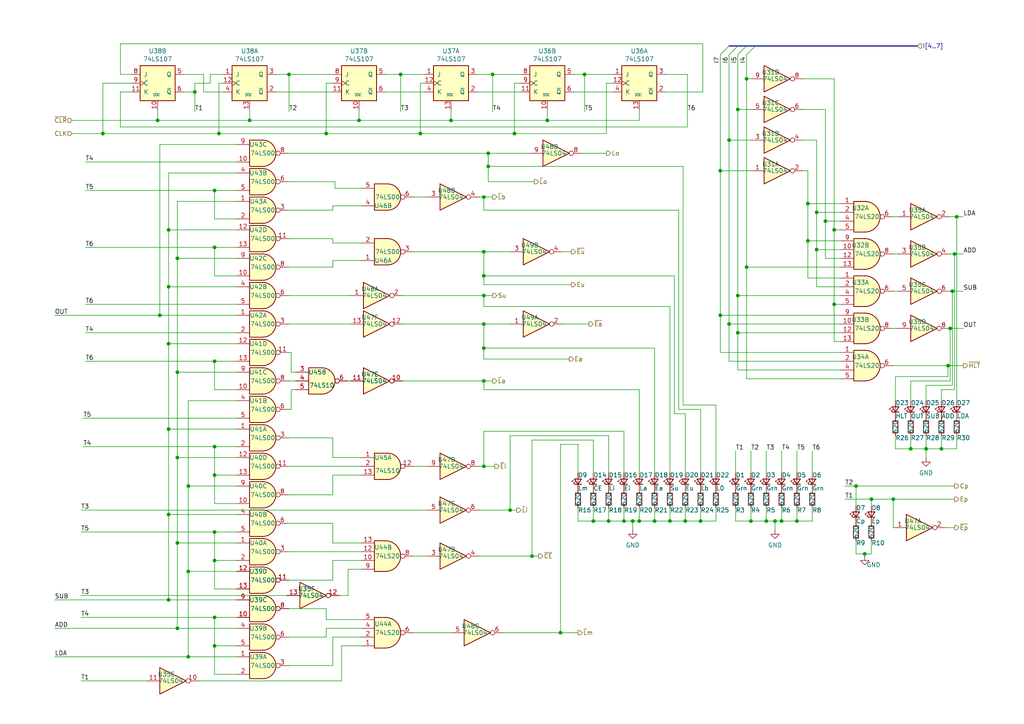
<source format=kicad_sch>
(kicad_sch (version 20211123) (generator eeschema)
  (paper "A4")
  (lib_symbols
    (symbol "74xx:74LS00" (pin_names (offset 1.016))
      (property "Reference" "U" (at 0 1.27 0))
      (property "Value" "74LS00" (at 0 -1.27 0))
      (symbol "74LS00_1_1"
        (pin input line (at -7.62 2.54 0) (length 3.81) (name "~") (number "1"))
        (pin input line (at -7.62 -2.54 0) (length 3.81) (name "~") (number "2"))
        (pin output inverted (at 7.62 0 180) (length 3.81) (name "~") (number "3"))
      )
      (symbol "74LS00_1_2"
        (pin input inverted (at -7.62 2.54 0) (length 4.318) (name "~") (number "1"))
        (pin input inverted (at -7.62 -2.54 0) (length 4.318) (name "~") (number "2"))
        (pin output line (at 7.62 0 180) (length 3.81) (name "~") (number "3"))
      )
      (symbol "74LS00_2_1"
        (pin input line (at -7.62 2.54 0) (length 3.81) (name "~") (number "4"))
        (pin input line (at -7.62 -2.54 0) (length 3.81) (name "~") (number "5"))
        (pin output inverted (at 7.62 0 180) (length 3.81) (name "~") (number "6"))
      )
      (symbol "74LS00_2_2"
        (pin input inverted (at -7.62 2.54 0) (length 4.318) (name "~") (number "4"))
        (pin input inverted (at -7.62 -2.54 0) (length 4.318) (name "~") (number "5"))
        (pin output line (at 7.62 0 180) (length 3.81) (name "~") (number "6"))
      )
      (symbol "74LS00_3_1"
        (pin input line (at -7.62 -2.54 0) (length 3.81) (name "~") (number "10"))
        (pin output inverted (at 7.62 0 180) (length 3.81) (name "~") (number "8"))
        (pin input line (at -7.62 2.54 0) (length 3.81) (name "~") (number "9"))
      )
      (symbol "74LS00_3_2"
        (pin input inverted (at -7.62 -2.54 0) (length 4.318) (name "~") (number "10"))
        (pin output line (at 7.62 0 180) (length 3.81) (name "~") (number "8"))
        (pin input inverted (at -7.62 2.54 0) (length 4.318) (name "~") (number "9"))
      )
      (symbol "74LS00_4_1"
        (pin output inverted (at 7.62 0 180) (length 3.81) (name "~") (number "11"))
        (pin input line (at -7.62 2.54 0) (length 3.81) (name "~") (number "12"))
        (pin input line (at -7.62 -2.54 0) (length 3.81) (name "~") (number "13"))
      )
      (symbol "74LS00_4_2"
        (pin output line (at 7.62 0 180) (length 3.81) (name "~") (number "11"))
        (pin input inverted (at -7.62 2.54 0) (length 4.318) (name "~") (number "12"))
        (pin input inverted (at -7.62 -2.54 0) (length 4.318) (name "~") (number "13"))
      )
      (symbol "74LS00_5_0"
        (pin power_in line (at 0 12.7 270) (length 5.08) (name "VCC") (number "14"))
        (pin power_in line (at 0 -12.7 90) (length 5.08) (name "GND") (number "7"))
      )
    )
    (symbol "74xx:74LS04"
      (property "Reference" "U" (at 0 1.27 0))
      (property "Value" "74LS04" (at 0 -1.27 0))
      (symbol "74LS04_1_0"
        (pin input line (at -7.62 0 0) (length 3.81) (name "~") (number "1"))
        (pin output inverted (at 7.62 0 180) (length 3.81) (name "~") (number "2"))
      )
      (symbol "74LS04_2_0"
        (pin input line (at -7.62 0 0) (length 3.81) (name "~") (number "3"))
        (pin output inverted (at 7.62 0 180) (length 3.81) (name "~") (number "4"))
      )
      (symbol "74LS04_3_0"
        (pin input line (at -7.62 0 0) (length 3.81) (name "~") (number "5"))
        (pin output inverted (at 7.62 0 180) (length 3.81) (name "~") (number "6"))
      )
      (symbol "74LS04_4_0"
        (pin output inverted (at 7.62 0 180) (length 3.81) (name "~") (number "8"))
        (pin input line (at -7.62 0 0) (length 3.81) (name "~") (number "9"))
      )
      (symbol "74LS04_5_0"
        (pin output inverted (at 7.62 0 180) (length 3.81) (name "~") (number "10"))
        (pin input line (at -7.62 0 0) (length 3.81) (name "~") (number "11"))
      )
      (symbol "74LS04_6_0"
        (pin output inverted (at 7.62 0 180) (length 3.81) (name "~") (number "12"))
        (pin input line (at -7.62 0 0) (length 3.81) (name "~") (number "13"))
      )
      (symbol "74LS04_7_0"
        (pin power_in line (at 0 12.7 270) (length 5.08) (name "VCC") (number "14"))
        (pin power_in line (at 0 -12.7 90) (length 5.08) (name "GND") (number "7"))
      )
    )
    (symbol "74xx:74LS10" (pin_names (offset 1.016))
      (property "Reference" "U" (at 0 1.27 0))
      (property "Value" "74LS10" (at 0 -1.27 0))
      (symbol "74LS10_1_1"
        (pin input line (at -7.62 2.54 0) (length 3.81) (name "~") (number "1"))
        (pin output inverted (at 7.62 0 180) (length 3.81) (name "~") (number "12"))
        (pin input line (at -7.62 -2.54 0) (length 3.81) (name "~") (number "13"))
        (pin input line (at -7.62 0 0) (length 3.81) (name "~") (number "2"))
      )
      (symbol "74LS10_1_2"
        (pin input inverted (at -7.62 2.54 0) (length 4.318) (name "~") (number "1"))
        (pin output line (at 7.62 0 180) (length 3.81) (name "~") (number "12"))
        (pin input inverted (at -7.62 -2.54 0) (length 4.318) (name "~") (number "13"))
        (pin input inverted (at -7.62 0 0) (length 4.953) (name "~") (number "2"))
      )
      (symbol "74LS10_2_1"
        (pin input line (at -7.62 2.54 0) (length 3.81) (name "~") (number "3"))
        (pin input line (at -7.62 0 0) (length 3.81) (name "~") (number "4"))
        (pin input line (at -7.62 -2.54 0) (length 3.81) (name "~") (number "5"))
        (pin output inverted (at 7.62 0 180) (length 3.81) (name "~") (number "6"))
      )
      (symbol "74LS10_2_2"
        (pin input inverted (at -7.62 2.54 0) (length 4.318) (name "~") (number "3"))
        (pin input inverted (at -7.62 0 0) (length 4.953) (name "~") (number "4"))
        (pin input inverted (at -7.62 -2.54 0) (length 4.318) (name "~") (number "5"))
        (pin output line (at 7.62 0 180) (length 3.81) (name "~") (number "6"))
      )
      (symbol "74LS10_3_1"
        (pin input line (at -7.62 0 0) (length 3.81) (name "~") (number "10"))
        (pin input line (at -7.62 -2.54 0) (length 3.81) (name "~") (number "11"))
        (pin output inverted (at 7.62 0 180) (length 3.81) (name "~") (number "8"))
        (pin input line (at -7.62 2.54 0) (length 3.81) (name "~") (number "9"))
      )
      (symbol "74LS10_3_2"
        (pin input inverted (at -7.62 0 0) (length 4.953) (name "~") (number "10"))
        (pin input inverted (at -7.62 -2.54 0) (length 4.318) (name "~") (number "11"))
        (pin output line (at 7.62 0 180) (length 3.81) (name "~") (number "8"))
        (pin input inverted (at -7.62 2.54 0) (length 4.318) (name "~") (number "9"))
      )
      (symbol "74LS10_4_0"
        (pin power_in line (at 0 12.7 270) (length 5.08) (name "VCC") (number "14"))
        (pin power_in line (at 0 -12.7 90) (length 5.08) (name "GND") (number "7"))
      )
    )
    (symbol "74xx:74LS107" (pin_names (offset 1.016))
      (property "Reference" "U" (at -7.62 8.89 0))
      (property "Value" "74LS107" (at -7.62 -8.89 0))
      (symbol "74LS107_1_0"
        (pin input line (at -7.62 2.54 0) (length 2.54) (name "J") (number "1"))
        (pin input clock (at -7.62 0 0) (length 2.54) (name "C") (number "12"))
        (pin input line (at 0 -7.62 90) (length 2.54) (name "~{R}") (number "13"))
        (pin output line (at 7.62 -2.54 180) (length 2.54) (name "~{Q}") (number "2"))
        (pin output line (at 7.62 2.54 180) (length 2.54) (name "Q") (number "3"))
        (pin input line (at -7.62 -2.54 0) (length 2.54) (name "K") (number "4"))
      )
      (symbol "74LS107_2_0"
        (pin input line (at 0 -7.62 90) (length 2.54) (name "~{R}") (number "10"))
        (pin input line (at -7.62 -2.54 0) (length 2.54) (name "K") (number "11"))
        (pin output line (at 7.62 2.54 180) (length 2.54) (name "Q") (number "5"))
        (pin output line (at 7.62 -2.54 180) (length 2.54) (name "~{Q}") (number "6"))
        (pin input line (at -7.62 2.54 0) (length 2.54) (name "J") (number "8"))
        (pin input clock (at -7.62 0 0) (length 2.54) (name "C") (number "9"))
      )
      (symbol "74LS107_3_0"
        (pin power_in line (at 0 10.16 270) (length 2.54) (name "VCC") (number "14"))
        (pin power_in line (at 0 -10.16 90) (length 2.54) (name "GND") (number "7"))
      )
    )
    (symbol "74xx:74LS20" (pin_names (offset 1.016))
      (property "Reference" "U" (at 0 1.27 0))
      (property "Value" "74LS20" (at 0 -1.27 0))
      (symbol "74LS20_1_1"
        (pin input line (at -7.62 3.81 0) (length 3.81) (name "~") (number "1"))
        (pin input line (at -7.62 1.27 0) (length 3.81) (name "~") (number "2"))
        (pin input line (at -7.62 -1.27 0) (length 3.81) (name "~") (number "4"))
        (pin input line (at -7.62 -3.81 0) (length 3.81) (name "~") (number "5"))
        (pin output inverted (at 7.62 0 180) (length 3.81) (name "~") (number "6"))
      )
      (symbol "74LS20_1_2"
        (pin input inverted (at -7.62 3.81 0) (length 3.81) (name "~") (number "1"))
        (pin input inverted (at -7.62 1.27 0) (length 4.826) (name "~") (number "2"))
        (pin input inverted (at -7.62 -1.27 0) (length 4.826) (name "~") (number "4"))
        (pin input inverted (at -7.62 -3.81 0) (length 3.81) (name "~") (number "5"))
        (pin output line (at 7.62 0 180) (length 3.81) (name "~") (number "6"))
      )
      (symbol "74LS20_2_1"
        (pin input line (at -7.62 1.27 0) (length 3.81) (name "~") (number "10"))
        (pin input line (at -7.62 -1.27 0) (length 3.81) (name "~") (number "12"))
        (pin input line (at -7.62 -3.81 0) (length 3.81) (name "~") (number "13"))
        (pin output inverted (at 7.62 0 180) (length 3.81) (name "~") (number "8"))
        (pin input line (at -7.62 3.81 0) (length 3.81) (name "~") (number "9"))
      )
      (symbol "74LS20_2_2"
        (pin input inverted (at -7.62 1.27 0) (length 4.826) (name "~") (number "10"))
        (pin input inverted (at -7.62 -1.27 0) (length 4.826) (name "~") (number "12"))
        (pin input inverted (at -7.62 -3.81 0) (length 3.81) (name "~") (number "13"))
        (pin output line (at 7.62 0 180) (length 3.81) (name "~") (number "8"))
        (pin input inverted (at -7.62 3.81 0) (length 3.81) (name "~") (number "9"))
      )
      (symbol "74LS20_3_0"
        (pin power_in line (at 0 12.7 270) (length 5.08) (name "VCC") (number "14"))
        (pin power_in line (at 0 -12.7 90) (length 5.08) (name "GND") (number "7"))
      )
    )
    (symbol "Device:LED_Small" (pin_numbers hide) (pin_names (offset 0.254) hide)
      (property "Reference" "D" (at -1.27 3.175 0))
      (property "Value" "LED_Small" (at -4.445 -2.54 0))
      (symbol "LED_Small_1_1"
        (pin passive line (at -2.54 0 0) (length 1.778) (name "K") (number "1"))
        (pin passive line (at 2.54 0 180) (length 1.778) (name "A") (number "2"))
      )
    )
    (symbol "Device:R_Small" (pin_numbers hide) (pin_names (offset 0.254) hide)
      (property "Reference" "R" (at 0.762 0.508 0))
      (property "Value" "R_Small" (at 0.762 -1.016 0))
      (symbol "R_Small_1_1"
        (pin passive line (at 0 2.54 270) (length 0.762) (name "~") (number "1"))
        (pin passive line (at 0 -2.54 90) (length 0.762) (name "~") (number "2"))
      )
    )
    (symbol "power:GND" (power) (pin_names (offset 0))
      (property "Value" "GND" (at 0 -3.81 0))
      (symbol "GND_1_1"
        (pin power_in line (at 0 0 270) (length 0) hide (name "GND") (number "1"))
      )
    )
  )
  (junction (at 62.23 137.795))
  (junction (at 162.56 183.515))
  (junction (at 48.895 99.695))
  (junction (at 48.895 124.46))
  (junction (at 275.59 95.25))
  (junction (at 208.915 91.44))
  (junction (at 45.72 34.925))
  (junction (at 250.825 160.655))
  (junction (at 216.535 22.86))
  (junction (at 211.455 40.64))
  (junction (at 231.14 151.13))
  (junction (at 213.995 85.725))
  (junction (at 276.86 73.66))
  (junction (at 116.205 21.59))
  (junction (at 62.23 129.54))
  (junction (at 121.92 38.735))
  (junction (at 72.39 34.925))
  (junction (at 239.395 64.135))
  (junction (at 147.955 147.955))
  (junction (at 234.315 59.055))
  (junction (at 51.435 182.245))
  (junction (at 104.14 34.925))
  (junction (at 277.495 62.865))
  (junction (at 189.865 151.13))
  (junction (at 185.42 151.13))
  (junction (at 236.855 61.595))
  (junction (at 154.305 161.29))
  (junction (at 140.335 110.49))
  (junction (at 264.16 130.175))
  (junction (at 222.25 151.13))
  (junction (at 130.81 34.925))
  (junction (at 140.335 57.15))
  (junction (at 56.515 26.67))
  (junction (at 183.515 151.13))
  (junction (at 94.615 38.735))
  (junction (at 51.435 74.93))
  (junction (at 48.895 83.185))
  (junction (at 176.53 151.13))
  (junction (at 140.335 85.725))
  (junction (at 48.895 173.99))
  (junction (at 252.73 144.78))
  (junction (at 140.335 93.98))
  (junction (at 241.935 88.265))
  (junction (at 234.315 69.85))
  (junction (at 62.23 104.775))
  (junction (at 51.435 132.715))
  (junction (at 149.225 38.735))
  (junction (at 217.805 151.13))
  (junction (at 48.895 66.675))
  (junction (at 208.915 49.53))
  (junction (at 142.875 21.59))
  (junction (at 224.79 151.13))
  (junction (at 62.23 179.07))
  (junction (at 158.75 34.925))
  (junction (at 62.23 154.305))
  (junction (at 54.61 140.97))
  (junction (at 273.05 130.175))
  (junction (at 141.605 44.45))
  (junction (at 62.23 187.325))
  (junction (at 62.23 71.755))
  (junction (at 46.355 91.44))
  (junction (at 276.225 84.455))
  (junction (at 274.955 106.045))
  (junction (at 172.085 151.13))
  (junction (at 140.335 80.01))
  (junction (at 180.975 151.13))
  (junction (at 83.82 21.59))
  (junction (at 63.5 38.735))
  (junction (at 259.08 144.78))
  (junction (at 203.2 151.13))
  (junction (at 62.23 162.56))
  (junction (at 62.23 55.245))
  (junction (at 236.855 72.39))
  (junction (at 216.535 77.47))
  (junction (at 48.895 149.225))
  (junction (at 140.335 73.025))
  (junction (at 198.755 151.13))
  (junction (at 169.545 21.59))
  (junction (at 54.61 190.5))
  (junction (at 141.605 48.26))
  (junction (at 51.435 107.95))
  (junction (at 213.995 31.75))
  (junction (at 54.61 165.735))
  (junction (at 268.605 130.175))
  (junction (at 29.845 38.735))
  (junction (at 140.335 135.255))
  (junction (at 51.435 157.48))
  (junction (at 213.995 96.52))
  (junction (at 226.695 151.13))
  (junction (at 194.31 151.13))
  (junction (at 140.335 100.965))
  (junction (at 241.935 66.675))
  (junction (at 211.455 93.98))
  (junction (at 248.285 140.97))
  (bus_entry (at 208.915 15.875) (size 2.54 -2.54))
  (bus_entry (at 211.455 15.875) (size 2.54 -2.54))
  (bus_entry (at 213.995 15.875) (size 2.54 -2.54))
  (bus_entry (at 216.535 15.875) (size 2.54 -2.54))
  (wire (pts (xy 94.615 24.13) (xy 96.52 24.13)))
  (wire (pts (xy 54.61 140.97) (xy 54.61 116.205)))
  (wire (pts (xy 154.305 161.29) (xy 156.21 161.29)))
  (wire (pts (xy 277.495 62.865) (xy 277.495 116.205)))
  (wire (pts (xy 97.155 54.61) (xy 104.775 54.61)))
  (wire (pts (xy 138.43 26.67) (xy 151.13 26.67)))
  (wire (pts (xy 183.515 151.13) (xy 185.42 151.13)))
  (wire (pts (xy 241.935 88.265) (xy 243.84 88.265)))
  (wire (pts (xy 56.515 24.13) (xy 60.96 24.13)))
  (wire (pts (xy 120.015 161.29) (xy 123.825 161.29)))
  (wire (pts (xy 203.2 118.745) (xy 203.2 137.16)))
  (wire (pts (xy 97.155 52.705) (xy 97.155 54.61)))
  (wire (pts (xy 169.545 32.385) (xy 169.545 21.59)))
  (wire (pts (xy 162.56 183.515) (xy 167.64 183.515)))
  (wire (pts (xy 62.23 80.01) (xy 68.58 80.01)))
  (wire (pts (xy 241.935 99.06) (xy 243.84 99.06)))
  (wire (pts (xy 248.285 156.845) (xy 248.285 160.655)))
  (wire (pts (xy 116.84 85.725) (xy 140.335 85.725)))
  (wire (pts (xy 142.875 32.385) (xy 142.875 21.59)))
  (wire (pts (xy 62.23 129.54) (xy 24.13 129.54)))
  (wire (pts (xy 140.335 104.14) (xy 140.335 100.965)))
  (wire (pts (xy 208.915 15.875) (xy 208.915 49.53)))
  (wire (pts (xy 84.455 102.235) (xy 84.455 107.95)))
  (wire (pts (xy 140.335 110.49) (xy 140.335 113.03)))
  (wire (pts (xy 259.08 84.455) (xy 260.35 84.455)))
  (wire (pts (xy 140.335 88.9) (xy 194.31 88.9)))
  (wire (pts (xy 68.58 182.245) (xy 51.435 182.245)))
  (wire (pts (xy 48.895 66.675) (xy 68.58 66.675)))
  (wire (pts (xy 83.82 85.725) (xy 101.6 85.725)))
  (wire (pts (xy 48.895 99.695) (xy 48.895 83.185)))
  (wire (pts (xy 60.96 21.59) (xy 64.77 21.59)))
  (wire (pts (xy 83.82 44.45) (xy 141.605 44.45)))
  (wire (pts (xy 167.64 151.13) (xy 172.085 151.13)))
  (wire (pts (xy 96.52 151.765) (xy 96.52 157.48)))
  (wire (pts (xy 140.335 100.965) (xy 189.865 100.965)))
  (wire (pts (xy 194.31 88.9) (xy 194.31 137.16)))
  (wire (pts (xy 94.615 182.245) (xy 104.775 182.245)))
  (wire (pts (xy 176.53 126.365) (xy 147.955 126.365)))
  (wire (pts (xy 140.335 93.98) (xy 140.335 100.965)))
  (wire (pts (xy 276.86 113.03) (xy 276.86 73.66)))
  (wire (pts (xy 83.82 102.235) (xy 84.455 102.235)))
  (wire (pts (xy 139.065 57.15) (xy 140.335 57.15)))
  (wire (pts (xy 234.315 59.055) (xy 234.315 69.85)))
  (wire (pts (xy 51.435 74.93) (xy 68.58 74.93)))
  (wire (pts (xy 34.925 21.59) (xy 34.925 12.7)))
  (wire (pts (xy 29.845 24.13) (xy 29.845 38.735)))
  (wire (pts (xy 139.065 147.955) (xy 147.955 147.955)))
  (wire (pts (xy 158.75 34.925) (xy 158.75 31.75)))
  (wire (pts (xy 51.435 157.48) (xy 51.435 132.715)))
  (wire (pts (xy 121.92 24.13) (xy 123.19 24.13)))
  (wire (pts (xy 213.995 107.315) (xy 243.84 107.315)))
  (wire (pts (xy 83.82 60.96) (xy 96.52 60.96)))
  (wire (pts (xy 168.91 44.45) (xy 175.895 44.45)))
  (wire (pts (xy 99.06 187.325) (xy 104.775 187.325)))
  (wire (pts (xy 243.84 64.135) (xy 239.395 64.135)))
  (wire (pts (xy 54.61 190.5) (xy 15.875 190.5)))
  (wire (pts (xy 198.12 117.475) (xy 207.645 117.475)))
  (wire (pts (xy 62.23 71.755) (xy 24.765 71.755)))
  (wire (pts (xy 96.52 143.51) (xy 96.52 137.795)))
  (wire (pts (xy 141.605 44.45) (xy 141.605 48.26)))
  (wire (pts (xy 120.015 183.515) (xy 130.81 183.515)))
  (wire (pts (xy 222.25 151.13) (xy 224.79 151.13)))
  (wire (pts (xy 62.23 113.03) (xy 62.23 104.775)))
  (wire (pts (xy 23.495 172.72) (xy 83.185 172.72)))
  (wire (pts (xy 175.895 38.735) (xy 175.895 24.13)))
  (wire (pts (xy 96.52 60.96) (xy 96.52 59.69)))
  (wire (pts (xy 213.36 130.81) (xy 213.36 137.16)))
  (wire (pts (xy 140.335 113.03) (xy 185.42 113.03)))
  (wire (pts (xy 51.435 107.95) (xy 51.435 74.93)))
  (wire (pts (xy 96.52 75.565) (xy 104.775 75.565)))
  (wire (pts (xy 259.08 106.045) (xy 274.955 106.045)))
  (wire (pts (xy 68.58 154.305) (xy 62.23 154.305)))
  (wire (pts (xy 38.1 21.59) (xy 34.925 21.59)))
  (wire (pts (xy 96.52 184.785) (xy 104.775 184.785)))
  (wire (pts (xy 222.25 130.81) (xy 222.25 137.16)))
  (wire (pts (xy 273.05 116.205) (xy 273.05 113.03)))
  (wire (pts (xy 149.225 38.735) (xy 175.895 38.735)))
  (wire (pts (xy 56.515 32.385) (xy 56.515 26.67)))
  (wire (pts (xy 217.805 130.81) (xy 217.805 137.16)))
  (wire (pts (xy 38.1 26.67) (xy 34.925 26.67)))
  (wire (pts (xy 62.23 179.07) (xy 23.495 179.07)))
  (wire (pts (xy 46.355 41.91) (xy 68.58 41.91)))
  (wire (pts (xy 163.195 93.98) (xy 170.815 93.98)))
  (wire (pts (xy 84.455 107.95) (xy 85.725 107.95)))
  (wire (pts (xy 51.435 58.42) (xy 68.58 58.42)))
  (wire (pts (xy 172.085 147.32) (xy 172.085 151.13)))
  (wire (pts (xy 48.895 173.99) (xy 48.895 149.225)))
  (wire (pts (xy 203.835 26.67) (xy 193.04 26.67)))
  (wire (pts (xy 169.545 21.59) (xy 177.8 21.59)))
  (wire (pts (xy 104.14 34.925) (xy 130.81 34.925)))
  (wire (pts (xy 68.58 96.52) (xy 24.765 96.52)))
  (wire (pts (xy 62.23 137.795) (xy 62.23 129.54)))
  (wire (pts (xy 130.81 34.925) (xy 130.81 31.75)))
  (wire (pts (xy 62.23 162.56) (xy 62.23 154.305)))
  (wire (pts (xy 94.615 184.785) (xy 94.615 182.245)))
  (wire (pts (xy 276.225 84.455) (xy 276.225 111.76)))
  (wire (pts (xy 51.435 132.715) (xy 51.435 107.95)))
  (wire (pts (xy 96.52 132.715) (xy 104.775 132.715)))
  (wire (pts (xy 62.23 71.755) (xy 68.58 71.755)))
  (wire (pts (xy 51.435 157.48) (xy 68.58 157.48)))
  (wire (pts (xy 83.82 143.51) (xy 96.52 143.51)))
  (wire (pts (xy 167.64 147.32) (xy 167.64 151.13)))
  (wire (pts (xy 208.915 91.44) (xy 243.84 91.44)))
  (wire (pts (xy 195.58 80.01) (xy 195.58 120.015)))
  (wire (pts (xy 48.895 66.675) (xy 48.895 50.165)))
  (wire (pts (xy 259.08 73.66) (xy 260.35 73.66)))
  (wire (pts (xy 167.64 137.16) (xy 167.64 128.905)))
  (wire (pts (xy 83.82 21.59) (xy 96.52 21.59)))
  (wire (pts (xy 62.23 195.58) (xy 62.23 187.325)))
  (wire (pts (xy 94.615 176.53) (xy 94.615 179.705)))
  (wire (pts (xy 123.825 147.955) (xy 23.495 147.955)))
  (wire (pts (xy 259.715 130.175) (xy 264.16 130.175)))
  (wire (pts (xy 189.865 151.13) (xy 194.31 151.13)))
  (wire (pts (xy 236.855 61.595) (xy 236.855 72.39)))
  (wire (pts (xy 62.23 154.305) (xy 23.495 154.305)))
  (wire (pts (xy 68.58 187.325) (xy 62.23 187.325)))
  (wire (pts (xy 213.995 85.725) (xy 243.84 85.725)))
  (wire (pts (xy 213.995 31.75) (xy 213.995 85.725)))
  (wire (pts (xy 276.225 84.455) (xy 279.4 84.455)))
  (wire (pts (xy 224.79 151.13) (xy 226.695 151.13)))
  (wire (pts (xy 62.23 71.755) (xy 62.23 80.01)))
  (wire (pts (xy 84.455 118.745) (xy 84.455 113.03)))
  (wire (pts (xy 211.455 40.64) (xy 217.805 40.64)))
  (wire (pts (xy 34.925 12.7) (xy 203.835 12.7)))
  (wire (pts (xy 273.05 126.365) (xy 273.05 130.175)))
  (wire (pts (xy 140.335 57.15) (xy 140.335 60.96)))
  (wire (pts (xy 264.16 110.49) (xy 275.59 110.49)))
  (wire (pts (xy 203.835 12.7) (xy 203.835 26.67)))
  (wire (pts (xy 198.755 120.015) (xy 198.755 137.16)))
  (wire (pts (xy 46.355 91.44) (xy 46.355 41.91)))
  (wire (pts (xy 139.065 135.255) (xy 140.335 135.255)))
  (wire (pts (xy 121.92 38.735) (xy 149.225 38.735)))
  (bus (pts (xy 216.535 13.335) (xy 219.075 13.335)))
  (wire (pts (xy 59.055 26.67) (xy 64.77 26.67)))
  (wire (pts (xy 141.605 44.45) (xy 153.67 44.45)))
  (wire (pts (xy 243.84 69.85) (xy 234.315 69.85)))
  (wire (pts (xy 213.995 85.725) (xy 213.995 96.52)))
  (wire (pts (xy 68.58 129.54) (xy 62.23 129.54)))
  (wire (pts (xy 80.01 26.67) (xy 96.52 26.67)))
  (wire (pts (xy 116.205 21.59) (xy 123.19 21.59)))
  (wire (pts (xy 195.58 120.015) (xy 198.755 120.015)))
  (wire (pts (xy 236.855 83.185) (xy 236.855 72.39)))
  (wire (pts (xy 147.955 147.955) (xy 149.86 147.955)))
  (wire (pts (xy 233.045 40.64) (xy 236.855 40.64)))
  (wire (pts (xy 243.84 93.98) (xy 211.455 93.98)))
  (wire (pts (xy 121.92 38.735) (xy 121.92 24.13)))
  (wire (pts (xy 166.37 26.67) (xy 177.8 26.67)))
  (wire (pts (xy 259.715 116.205) (xy 259.715 109.22)))
  (wire (pts (xy 166.37 21.59) (xy 169.545 21.59)))
  (wire (pts (xy 185.42 34.925) (xy 185.42 31.75)))
  (wire (pts (xy 234.315 49.53) (xy 234.315 59.055)))
  (wire (pts (xy 211.455 15.875) (xy 211.455 40.64)))
  (wire (pts (xy 38.1 24.13) (xy 29.845 24.13)))
  (wire (pts (xy 198.755 151.13) (xy 203.2 151.13)))
  (wire (pts (xy 216.535 77.47) (xy 216.535 109.855)))
  (wire (pts (xy 116.84 93.98) (xy 140.335 93.98)))
  (wire (pts (xy 83.82 168.275) (xy 96.52 168.275)))
  (wire (pts (xy 45.72 34.925) (xy 72.39 34.925)))
  (wire (pts (xy 275.59 110.49) (xy 275.59 95.25)))
  (wire (pts (xy 250.825 160.655) (xy 252.73 160.655)))
  (wire (pts (xy 276.86 73.66) (xy 279.4 73.66)))
  (wire (pts (xy 211.455 40.64) (xy 211.455 93.98)))
  (wire (pts (xy 68.58 195.58) (xy 62.23 195.58)))
  (wire (pts (xy 245.11 144.78) (xy 252.73 144.78)))
  (wire (pts (xy 213.36 151.13) (xy 217.805 151.13)))
  (wire (pts (xy 275.59 95.25) (xy 279.4 95.25)))
  (wire (pts (xy 243.84 83.185) (xy 236.855 83.185)))
  (wire (pts (xy 62.23 55.245) (xy 68.58 55.245)))
  (wire (pts (xy 203.2 147.32) (xy 203.2 151.13)))
  (wire (pts (xy 120.015 73.025) (xy 140.335 73.025)))
  (wire (pts (xy 216.535 22.86) (xy 216.535 15.875)))
  (wire (pts (xy 140.335 82.55) (xy 140.335 80.01)))
  (wire (pts (xy 62.23 63.5) (xy 62.23 55.245)))
  (wire (pts (xy 51.435 74.93) (xy 51.435 58.42)))
  (wire (pts (xy 259.08 95.25) (xy 260.35 95.25)))
  (wire (pts (xy 252.73 144.78) (xy 252.73 146.685)))
  (wire (pts (xy 48.895 99.695) (xy 68.58 99.695)))
  (wire (pts (xy 277.495 62.865) (xy 279.4 62.865)))
  (wire (pts (xy 68.58 88.265) (xy 24.765 88.265)))
  (wire (pts (xy 275.59 62.865) (xy 277.495 62.865)))
  (wire (pts (xy 207.645 117.475) (xy 207.645 137.16)))
  (wire (pts (xy 243.84 72.39) (xy 236.855 72.39)))
  (wire (pts (xy 53.34 26.67) (xy 56.515 26.67)))
  (wire (pts (xy 83.82 176.53) (xy 94.615 176.53)))
  (wire (pts (xy 268.605 130.175) (xy 273.05 130.175)))
  (wire (pts (xy 172.085 127.635) (xy 154.305 127.635)))
  (wire (pts (xy 140.335 73.025) (xy 140.335 80.01)))
  (wire (pts (xy 241.935 66.675) (xy 241.935 88.265)))
  (wire (pts (xy 216.535 77.47) (xy 216.535 22.86)))
  (wire (pts (xy 48.895 149.225) (xy 68.58 149.225)))
  (wire (pts (xy 231.14 130.81) (xy 231.14 137.16)))
  (wire (pts (xy 104.14 34.925) (xy 104.14 31.75)))
  (wire (pts (xy 62.23 104.775) (xy 68.58 104.775)))
  (wire (pts (xy 83.82 151.765) (xy 96.52 151.765)))
  (wire (pts (xy 259.715 126.365) (xy 259.715 130.175)))
  (wire (pts (xy 217.805 147.32) (xy 217.805 151.13)))
  (wire (pts (xy 165.1 104.14) (xy 140.335 104.14)))
  (wire (pts (xy 140.335 73.025) (xy 147.955 73.025)))
  (wire (pts (xy 273.05 130.175) (xy 277.495 130.175)))
  (wire (pts (xy 217.805 151.13) (xy 222.25 151.13)))
  (wire (pts (xy 53.34 21.59) (xy 59.055 21.59)))
  (wire (pts (xy 83.82 93.98) (xy 101.6 93.98)))
  (wire (pts (xy 62.23 170.815) (xy 62.23 162.56)))
  (wire (pts (xy 100.965 172.72) (xy 100.965 165.1)))
  (wire (pts (xy 194.31 147.32) (xy 194.31 151.13)))
  (wire (pts (xy 120.015 57.15) (xy 123.825 57.15)))
  (wire (pts (xy 222.25 147.32) (xy 222.25 151.13)))
  (wire (pts (xy 203.2 151.13) (xy 207.645 151.13)))
  (wire (pts (xy 62.23 146.05) (xy 68.58 146.05)))
  (wire (pts (xy 68.58 173.99) (xy 48.895 173.99)))
  (bus (pts (xy 219.075 13.335) (xy 266.065 13.335)))
  (wire (pts (xy 146.05 183.515) (xy 162.56 183.515)))
  (wire (pts (xy 62.23 104.775) (xy 24.765 104.775)))
  (wire (pts (xy 96.52 127) (xy 96.52 132.715)))
  (wire (pts (xy 96.52 70.485) (xy 104.775 70.485)))
  (wire (pts (xy 243.84 59.055) (xy 234.315 59.055)))
  (wire (pts (xy 83.82 110.49) (xy 85.725 110.49)))
  (wire (pts (xy 83.82 193.04) (xy 96.52 193.04)))
  (wire (pts (xy 189.865 147.32) (xy 189.865 151.13)))
  (wire (pts (xy 29.845 38.735) (xy 20.955 38.735)))
  (wire (pts (xy 54.61 165.735) (xy 68.58 165.735)))
  (wire (pts (xy 141.605 48.26) (xy 141.605 52.705)))
  (wire (pts (xy 34.925 26.67) (xy 34.925 36.83)))
  (wire (pts (xy 248.285 140.97) (xy 248.285 146.685)))
  (wire (pts (xy 172.085 137.16) (xy 172.085 127.635)))
  (wire (pts (xy 83.82 32.385) (xy 83.82 21.59)))
  (wire (pts (xy 48.895 83.185) (xy 68.58 83.185)))
  (wire (pts (xy 172.085 151.13) (xy 176.53 151.13)))
  (wire (pts (xy 274.955 109.22) (xy 274.955 106.045)))
  (wire (pts (xy 83.82 127) (xy 96.52 127)))
  (wire (pts (xy 130.81 34.925) (xy 158.75 34.925)))
  (wire (pts (xy 213.995 31.75) (xy 217.805 31.75)))
  (wire (pts (xy 24.13 121.285) (xy 68.58 121.285)))
  (wire (pts (xy 96.52 162.56) (xy 104.775 162.56)))
  (wire (pts (xy 83.82 135.255) (xy 104.775 135.255)))
  (wire (pts (xy 189.865 100.965) (xy 189.865 137.16)))
  (wire (pts (xy 63.5 24.13) (xy 64.77 24.13)))
  (wire (pts (xy 243.84 80.645) (xy 234.315 80.645)))
  (wire (pts (xy 243.84 61.595) (xy 236.855 61.595)))
  (wire (pts (xy 68.58 170.815) (xy 62.23 170.815)))
  (wire (pts (xy 140.335 110.49) (xy 142.875 110.49)))
  (wire (pts (xy 140.335 93.98) (xy 147.955 93.98)))
  (wire (pts (xy 140.335 135.255) (xy 140.335 125.095)))
  (wire (pts (xy 48.895 124.46) (xy 48.895 99.695)))
  (wire (pts (xy 57.785 197.485) (xy 99.06 197.485)))
  (wire (pts (xy 140.335 80.01) (xy 195.58 80.01)))
  (wire (pts (xy 68.58 162.56) (xy 62.23 162.56)))
  (wire (pts (xy 96.52 168.275) (xy 96.52 162.56)))
  (wire (pts (xy 138.43 21.59) (xy 142.875 21.59)))
  (wire (pts (xy 83.82 160.02) (xy 104.775 160.02)))
  (wire (pts (xy 140.335 85.725) (xy 142.875 85.725)))
  (wire (pts (xy 48.895 149.225) (xy 48.895 124.46)))
  (wire (pts (xy 198.12 48.26) (xy 198.12 117.475)))
  (wire (pts (xy 96.52 193.04) (xy 96.52 184.785)))
  (wire (pts (xy 68.58 91.44) (xy 46.355 91.44)))
  (wire (pts (xy 45.72 34.925) (xy 45.72 31.75)))
  (wire (pts (xy 141.605 52.705) (xy 154.94 52.705)))
  (wire (pts (xy 100.965 165.1) (xy 104.775 165.1)))
  (wire (pts (xy 268.605 111.76) (xy 276.225 111.76)))
  (wire (pts (xy 94.615 179.705) (xy 104.775 179.705)))
  (wire (pts (xy 259.08 62.865) (xy 260.35 62.865)))
  (wire (pts (xy 139.065 161.29) (xy 154.305 161.29)))
  (wire (pts (xy 62.23 137.795) (xy 62.23 146.05)))
  (wire (pts (xy 198.755 147.32) (xy 198.755 151.13)))
  (wire (pts (xy 243.84 109.855) (xy 216.535 109.855)))
  (wire (pts (xy 167.64 128.905) (xy 162.56 128.905)))
  (wire (pts (xy 68.58 113.03) (xy 62.23 113.03)))
  (wire (pts (xy 231.14 147.32) (xy 231.14 151.13)))
  (wire (pts (xy 226.695 151.13) (xy 231.14 151.13)))
  (wire (pts (xy 162.56 128.905) (xy 162.56 183.515)))
  (wire (pts (xy 235.585 151.13) (xy 235.585 147.32)))
  (wire (pts (xy 199.39 21.59) (xy 193.04 21.59)))
  (wire (pts (xy 264.16 126.365) (xy 264.16 130.175)))
  (wire (pts (xy 60.96 24.13) (xy 60.96 21.59)))
  (wire (pts (xy 42.545 197.485) (xy 23.495 197.485)))
  (wire (pts (xy 207.645 151.13) (xy 207.645 147.32)))
  (wire (pts (xy 98.425 172.72) (xy 100.965 172.72)))
  (wire (pts (xy 59.055 21.59) (xy 59.055 26.67)))
  (wire (pts (xy 51.435 132.715) (xy 68.58 132.715)))
  (wire (pts (xy 259.08 144.78) (xy 259.08 153.035)))
  (wire (pts (xy 226.695 147.32) (xy 226.695 151.13)))
  (wire (pts (xy 243.84 74.93) (xy 239.395 74.93)))
  (wire (pts (xy 68.58 190.5) (xy 54.61 190.5)))
  (wire (pts (xy 63.5 38.735) (xy 63.5 24.13)))
  (wire (pts (xy 80.01 21.59) (xy 83.82 21.59)))
  (wire (pts (xy 224.79 151.13) (xy 224.79 153.67)))
  (wire (pts (xy 140.335 135.255) (xy 143.51 135.255)))
  (wire (pts (xy 83.82 77.47) (xy 96.52 77.47)))
  (wire (pts (xy 233.045 49.53) (xy 234.315 49.53)))
  (wire (pts (xy 241.935 22.86) (xy 241.935 66.675)))
  (wire (pts (xy 183.515 151.13) (xy 183.515 153.67)))
  (wire (pts (xy 241.935 88.265) (xy 241.935 99.06)))
  (wire (pts (xy 158.75 34.925) (xy 185.42 34.925)))
  (wire (pts (xy 248.285 160.655) (xy 250.825 160.655)))
  (wire (pts (xy 252.73 144.78) (xy 259.08 144.78)))
  (wire (pts (xy 259.715 109.22) (xy 274.955 109.22)))
  (wire (pts (xy 96.52 157.48) (xy 104.775 157.48)))
  (wire (pts (xy 231.14 151.13) (xy 235.585 151.13)))
  (wire (pts (xy 176.53 147.32) (xy 176.53 151.13)))
  (wire (pts (xy 83.82 118.745) (xy 84.455 118.745)))
  (wire (pts (xy 142.875 21.59) (xy 151.13 21.59)))
  (wire (pts (xy 194.31 151.13) (xy 198.755 151.13)))
  (wire (pts (xy 163.195 73.025) (xy 165.735 73.025)))
  (wire (pts (xy 259.08 144.78) (xy 276.86 144.78)))
  (wire (pts (xy 213.36 147.32) (xy 213.36 151.13)))
  (wire (pts (xy 48.895 173.99) (xy 15.875 173.99)))
  (wire (pts (xy 29.845 38.735) (xy 63.5 38.735)))
  (wire (pts (xy 277.495 126.365) (xy 277.495 130.175)))
  (wire (pts (xy 243.84 77.47) (xy 216.535 77.47)))
  (wire (pts (xy 185.42 113.03) (xy 185.42 137.16)))
  (wire (pts (xy 264.16 116.205) (xy 264.16 110.49)))
  (wire (pts (xy 252.73 156.845) (xy 252.73 160.655)))
  (wire (pts (xy 54.61 140.97) (xy 68.58 140.97)))
  (wire (pts (xy 72.39 34.925) (xy 72.39 31.75)))
  (wire (pts (xy 62.23 187.325) (xy 62.23 179.07)))
  (wire (pts (xy 83.82 69.215) (xy 96.52 69.215)))
  (wire (pts (xy 236.855 40.64) (xy 236.855 61.595)))
  (wire (pts (xy 175.895 24.13) (xy 177.8 24.13)))
  (wire (pts (xy 68.58 46.99) (xy 24.765 46.99)))
  (wire (pts (xy 213.995 96.52) (xy 243.84 96.52)))
  (wire (pts (xy 68.58 63.5) (xy 62.23 63.5)))
  (wire (pts (xy 180.975 151.13) (xy 180.975 147.32)))
  (wire (pts (xy 116.84 110.49) (xy 140.335 110.49)))
  (wire (pts (xy 239.395 64.135) (xy 239.395 74.93)))
  (wire (pts (xy 273.05 113.03) (xy 276.86 113.03)))
  (wire (pts (xy 275.59 84.455) (xy 276.225 84.455)))
  (wire (pts (xy 248.285 140.97) (xy 276.86 140.97)))
  (wire (pts (xy 63.5 38.735) (xy 94.615 38.735)))
  (wire (pts (xy 268.605 126.365) (xy 268.605 130.175)))
  (wire (pts (xy 100.965 110.49) (xy 101.6 110.49)))
  (wire (pts (xy 140.335 125.095) (xy 180.975 125.095)))
  (wire (pts (xy 213.995 15.875) (xy 213.995 31.75)))
  (wire (pts (xy 48.895 83.185) (xy 48.895 66.675)))
  (wire (pts (xy 149.225 38.735) (xy 149.225 24.13)))
  (wire (pts (xy 196.85 118.745) (xy 203.2 118.745)))
  (wire (pts (xy 216.535 22.86) (xy 217.805 22.86)))
  (wire (pts (xy 54.61 190.5) (xy 54.61 165.735)))
  (wire (pts (xy 274.955 106.045) (xy 279.4 106.045)))
  (wire (pts (xy 48.895 50.165) (xy 68.58 50.165)))
  (wire (pts (xy 239.395 31.75) (xy 239.395 64.135)))
  (wire (pts (xy 83.82 184.785) (xy 94.615 184.785)))
  (wire (pts (xy 111.76 26.67) (xy 123.19 26.67)))
  (wire (pts (xy 72.39 34.925) (xy 104.14 34.925)))
  (wire (pts (xy 180.975 151.13) (xy 183.515 151.13)))
  (wire (pts (xy 96.52 69.215) (xy 96.52 70.485)))
  (wire (pts (xy 180.975 125.095) (xy 180.975 137.16)))
  (wire (pts (xy 83.82 52.705) (xy 97.155 52.705)))
  (wire (pts (xy 185.42 151.13) (xy 189.865 151.13)))
  (wire (pts (xy 233.045 31.75) (xy 239.395 31.75)))
  (wire (pts (xy 250.825 160.655) (xy 250.825 161.29)))
  (wire (pts (xy 154.305 127.635) (xy 154.305 161.29)))
  (wire (pts (xy 96.52 137.795) (xy 104.775 137.795)))
  (wire (pts (xy 62.23 55.245) (xy 24.765 55.245)))
  (wire (pts (xy 233.045 22.86) (xy 241.935 22.86)))
  (wire (pts (xy 20.955 34.925) (xy 45.72 34.925)))
  (wire (pts (xy 176.53 151.13) (xy 180.975 151.13)))
  (wire (pts (xy 196.85 60.96) (xy 196.85 118.745)))
  (wire (pts (xy 274.32 153.035) (xy 276.86 153.035)))
  (wire (pts (xy 211.455 93.98) (xy 211.455 104.775)))
  (wire (pts (xy 208.915 102.235) (xy 243.84 102.235)))
  (wire (pts (xy 243.84 66.675) (xy 241.935 66.675)))
  (wire (pts (xy 116.205 32.385) (xy 116.205 21.59)))
  (wire (pts (xy 268.605 116.205) (xy 268.605 111.76)))
  (wire (pts (xy 34.925 36.83) (xy 199.39 36.83)))
  (wire (pts (xy 176.53 137.16) (xy 176.53 126.365)))
  (wire (pts (xy 208.915 49.53) (xy 217.805 49.53)))
  (bus (pts (xy 211.455 13.335) (xy 213.995 13.335)))
  (wire (pts (xy 68.58 179.07) (xy 62.23 179.07)))
  (wire (pts (xy 211.455 104.775) (xy 243.84 104.775)))
  (wire (pts (xy 149.225 24.13) (xy 151.13 24.13)))
  (bus (pts (xy 213.995 13.335) (xy 216.535 13.335)))
  (wire (pts (xy 51.435 107.95) (xy 68.58 107.95)))
  (wire (pts (xy 120.015 135.255) (xy 123.825 135.255)))
  (wire (pts (xy 51.435 182.245) (xy 15.875 182.245)))
  (wire (pts (xy 140.335 60.96) (xy 196.85 60.96)))
  (wire (pts (xy 54.61 116.205) (xy 68.58 116.205)))
  (wire (pts (xy 234.315 80.645) (xy 234.315 69.85)))
  (wire (pts (xy 94.615 38.735) (xy 121.92 38.735)))
  (wire (pts (xy 199.39 21.59) (xy 199.39 36.83)))
  (wire (pts (xy 147.955 126.365) (xy 147.955 147.955)))
  (wire (pts (xy 96.52 59.69) (xy 104.775 59.69)))
  (wire (pts (xy 56.515 26.67) (xy 56.515 24.13)))
  (wire (pts (xy 140.335 57.15) (xy 142.875 57.15)))
  (wire (pts (xy 165.735 82.55) (xy 140.335 82.55)))
  (wire (pts (xy 264.16 130.175) (xy 268.605 130.175)))
  (wire (pts (xy 235.585 130.81) (xy 235.585 137.16)))
  (wire (pts (xy 185.42 147.32) (xy 185.42 151.13)))
  (wire (pts (xy 96.52 77.47) (xy 96.52 75.565)))
  (wire (pts (xy 84.455 113.03) (xy 85.725 113.03)))
  (wire (pts (xy 208.915 91.44) (xy 208.915 102.235)))
  (wire (pts (xy 48.895 124.46) (xy 68.58 124.46)))
  (wire (pts (xy 111.76 21.59) (xy 116.205 21.59)))
  (wire (pts (xy 62.23 137.795) (xy 68.58 137.795)))
  (wire (pts (xy 51.435 182.245) (xy 51.435 157.48)))
  (wire (pts (xy 245.11 140.97) (xy 248.285 140.97)))
  (wire (pts (xy 46.355 91.44) (xy 15.875 91.44)))
  (wire (pts (xy 54.61 165.735) (xy 54.61 140.97)))
  (wire (pts (xy 268.605 130.175) (xy 268.605 132.715)))
  (wire (pts (xy 213.995 96.52) (xy 213.995 107.315)))
  (wire (pts (xy 208.915 49.53) (xy 208.915 91.44)))
  (wire (pts (xy 140.335 85.725) (xy 140.335 88.9)))
  (wire (pts (xy 99.06 197.485) (xy 99.06 187.325)))
  (wire (pts (xy 94.615 38.735) (xy 94.615 24.13)))
  (wire (pts (xy 275.59 73.66) (xy 276.86 73.66)))
  (wire (pts (xy 141.605 48.26) (xy 198.12 48.26)))
  (wire (pts (xy 226.695 130.81) (xy 226.695 137.16)))
  (label "OUT" (at 279.4 95.25 0))
  (label "T5" (at 23.495 154.305 0))
  (label "T2" (at 245.11 140.97 0))
  (label "I7" (at 208.915 18.415 90))
  (label "ADD" (at 15.875 182.245 0))
  (label "SUB" (at 15.875 173.99 0))
  (label "T1" (at 213.36 130.81 0))
  (label "T6" (at 24.765 88.265 0))
  (label "I4" (at 216.535 18.415 90))
  (label "I5" (at 213.995 18.415 90))
  (label "T1" (at 56.515 32.385 0))
  (label "T4" (at 142.875 32.385 0))
  (label "LDA" (at 15.875 190.5 0))
  (label "I6" (at 211.455 18.415 90))
  (label "T3" (at 23.495 147.955 0))
  (label "T5" (at 24.765 55.245 0))
  (label "T4" (at 24.765 96.52 0))
  (label "T4" (at 226.695 130.81 0))
  (label "T6" (at 199.39 32.385 0))
  (label "T6" (at 24.765 71.755 0))
  (label "T2" (at 83.82 32.385 0))
  (label "ADD" (at 279.4 73.66 0))
  (label "OUT" (at 15.875 91.44 0))
  (label "T6" (at 24.765 104.775 0))
  (label "T5" (at 169.545 32.385 0))
  (label "T4" (at 24.765 46.99 0))
  (label "T2" (at 217.805 130.81 0))
  (label "T4" (at 24.13 129.54 0))
  (label "T1" (at 245.11 144.78 0))
  (label "T3" (at 116.205 32.385 0))
  (label "T3" (at 23.495 172.72 0))
  (label "SUB" (at 279.4 84.455 0))
  (label "T6" (at 235.585 130.81 0))
  (label "LDA" (at 279.4 62.865 0))
  (label "T3" (at 222.25 130.81 0))
  (label "T4" (at 23.495 179.07 0))
  (label "T1" (at 23.495 197.485 0))
  (label "T5" (at 24.13 121.285 0))
  (label "T5" (at 231.14 130.81 0))
  (hierarchical_label "~{L}a" (shape output) (at 142.875 110.49 0))
  (hierarchical_label "Cp" (shape output) (at 276.86 140.97 0))
  (hierarchical_label "Su" (shape output) (at 142.875 85.725 0))
  (hierarchical_label "~{CE}" (shape output) (at 156.21 161.29 0))
  (hierarchical_label "Lo" (shape output) (at 175.895 44.45 0))
  (hierarchical_label "~{HLT}" (shape output) (at 279.4 106.045 0))
  (hierarchical_label "~{E}i" (shape output) (at 143.51 135.255 0))
  (hierarchical_label "~{L}o" (shape output) (at 154.94 52.705 0))
  (hierarchical_label "~{L}i" (shape output) (at 149.86 147.955 0))
  (hierarchical_label "Ep" (shape output) (at 276.86 144.78 0))
  (hierarchical_label "~{Ep}" (shape output) (at 276.86 153.035 0))
  (hierarchical_label "Eu" (shape output) (at 165.735 82.55 0))
  (hierarchical_label "I[4..7]" (shape input) (at 266.065 13.335 0))
  (hierarchical_label "~{L}b" (shape output) (at 142.875 57.15 0))
  (hierarchical_label "Ea" (shape output) (at 165.1 104.14 0))
  (hierarchical_label "CLK" (shape input) (at 20.955 38.735 180))
  (hierarchical_label "~{Ea}" (shape output) (at 170.815 93.98 0))
  (hierarchical_label "~{CLR}" (shape input) (at 20.955 34.925 180))
  (hierarchical_label "~{L}m" (shape output) (at 167.64 183.515 0))
  (hierarchical_label "~{Eu}" (shape output) (at 165.735 73.025 0))
  (symbol (lib_id "74xx:74LS107") (at 45.72 24.13 0) (unit 2)
    (property "Reference" "U38" (at 45.72 14.8082 0))
    (property "Value" "74LS107" (at 45.72 17.1196 0))
    (property "Footprint" "Package_DIP:DIP-14_W7.62mm_LongPads" (effects hide))
    (property "Datasheet" "http://www.ti.com/lit/gpn/sn74LS107" (effects hide))
  )
  (symbol (lib_id "74xx:74LS107") (at 72.39 24.13 0) (unit 1)
    (property "Reference" "U38" (at 72.39 14.8082 0))
    (property "Value" "74LS107" (at 72.39 17.1196 0))
    (property "Footprint" "Package_DIP:DIP-14_W7.62mm_LongPads" (effects hide))
    (property "Datasheet" "http://www.ti.com/lit/gpn/sn74LS107" (effects hide))
  )
  (symbol (lib_id "74xx:74LS107") (at 104.14 24.13 0) (unit 2)
    (property "Reference" "U37" (at 104.14 14.8082 0))
    (property "Value" "74LS107" (at 104.14 17.1196 0))
    (property "Footprint" "Package_DIP:DIP-14_W7.62mm_LongPads" (effects hide))
    (property "Datasheet" "http://www.ti.com/lit/gpn/sn74LS107" (effects hide))
  )
  (symbol (lib_id "74xx:74LS107") (at 130.81 24.13 0) (unit 1)
    (property "Reference" "U37" (at 130.81 14.8082 0))
    (property "Value" "74LS107" (at 130.81 17.1196 0))
    (property "Footprint" "Package_DIP:DIP-14_W7.62mm_LongPads" (effects hide))
    (property "Datasheet" "http://www.ti.com/lit/gpn/sn74LS107" (effects hide))
  )
  (symbol (lib_id "74xx:74LS107") (at 158.75 24.13 0) (unit 2)
    (property "Reference" "U36" (at 158.75 14.8082 0))
    (property "Value" "74LS107" (at 158.75 17.1196 0))
    (property "Footprint" "Package_DIP:DIP-14_W7.62mm_LongPads" (effects hide))
    (property "Datasheet" "http://www.ti.com/lit/gpn/sn74LS107" (effects hide))
  )
  (symbol (lib_id "74xx:74LS107") (at 185.42 24.13 0) (unit 1)
    (property "Reference" "U36" (at 185.42 14.8082 0))
    (property "Value" "74LS107" (at 185.42 17.1196 0))
    (property "Footprint" "Package_DIP:DIP-14_W7.62mm_LongPads" (effects hide))
    (property "Datasheet" "http://www.ti.com/lit/gpn/sn74LS107" (effects hide))
  )
  (symbol (lib_id "74xx:74LS20") (at 251.46 62.865 0) (unit 1)
    (property "Reference" "U32" (at 249.555 60.325 0))
    (property "Value" "74LS20" (at 251.46 62.865 0))
    (property "Footprint" "Package_DIP:DIP-14_W7.62mm_LongPads" (effects hide))
    (property "Datasheet" "http://www.ti.com/lit/gpn/sn74LS20" (effects hide))
  )
  (symbol (lib_id "74xx:74LS20") (at 251.46 73.66 0) (unit 2)
    (property "Reference" "U32" (at 249.555 71.12 0))
    (property "Value" "74LS20" (at 251.46 73.66 0))
    (property "Footprint" "Package_DIP:DIP-14_W7.62mm_LongPads" (effects hide))
    (property "Datasheet" "http://www.ti.com/lit/gpn/sn74LS20" (effects hide))
  )
  (symbol (lib_id "74xx:74LS20") (at 251.46 84.455 0) (unit 1)
    (property "Reference" "U33" (at 249.555 81.915 0))
    (property "Value" "74LS20" (at 251.46 84.455 0))
    (property "Footprint" "Package_DIP:DIP-14_W7.62mm_LongPads" (effects hide))
    (property "Datasheet" "http://www.ti.com/lit/gpn/sn74LS20" (effects hide))
  )
  (symbol (lib_id "74xx:74LS20") (at 251.46 95.25 0) (unit 2)
    (property "Reference" "U33" (at 249.555 92.71 0))
    (property "Value" "74LS20" (at 251.46 95.25 0))
    (property "Footprint" "Package_DIP:DIP-14_W7.62mm_LongPads" (effects hide))
    (property "Datasheet" "http://www.ti.com/lit/gpn/sn74LS20" (effects hide))
  )
  (symbol (lib_id "74xx:74LS20") (at 251.46 106.045 0) (unit 1)
    (property "Reference" "U34" (at 249.555 103.505 0))
    (property "Value" "74LS20" (at 251.46 106.045 0))
    (property "Footprint" "Package_DIP:DIP-14_W7.62mm_LongPads" (effects hide))
    (property "Datasheet" "http://www.ti.com/lit/gpn/sn74LS20" (effects hide))
  )
  (symbol (lib_id "74xx:74LS04") (at 267.97 62.865 0) (unit 1)
    (property "Reference" "U35" (at 266.065 60.96 0))
    (property "Value" "74LS04" (at 267.335 62.865 0))
    (property "Footprint" "Package_DIP:DIP-14_W7.62mm_LongPads" (effects hide))
    (property "Datasheet" "http://www.ti.com/lit/gpn/sn74LS04" (effects hide))
  )
  (symbol (lib_id "74xx:74LS04") (at 267.97 73.66 0) (unit 2)
    (property "Reference" "U35" (at 266.065 71.755 0))
    (property "Value" "74LS04" (at 267.335 73.66 0))
    (property "Footprint" "Package_DIP:DIP-14_W7.62mm_LongPads" (effects hide))
    (property "Datasheet" "http://www.ti.com/lit/gpn/sn74LS04" (effects hide))
  )
  (symbol (lib_id "74xx:74LS04") (at 267.97 84.455 0) (unit 3)
    (property "Reference" "U35" (at 266.065 82.55 0))
    (property "Value" "74LS04" (at 267.335 84.455 0))
    (property "Footprint" "Package_DIP:DIP-14_W7.62mm_LongPads" (effects hide))
    (property "Datasheet" "http://www.ti.com/lit/gpn/sn74LS04" (effects hide))
  )
  (symbol (lib_id "74xx:74LS04") (at 267.97 95.25 0) (unit 4)
    (property "Reference" "U35" (at 266.065 93.345 0))
    (property "Value" "74LS04" (at 267.335 95.25 0))
    (property "Footprint" "Package_DIP:DIP-14_W7.62mm_LongPads" (effects hide))
    (property "Datasheet" "http://www.ti.com/lit/gpn/sn74LS04" (effects hide))
  )
  (symbol (lib_id "74xx:74LS04") (at 225.425 22.86 0) (unit 4)
    (property "Reference" "U31" (at 223.52 20.955 0))
    (property "Value" "74LS04" (at 224.79 22.86 0))
    (property "Footprint" "Package_DIP:DIP-14_W7.62mm_LongPads" (effects hide))
    (property "Datasheet" "http://www.ti.com/lit/gpn/sn74LS04" (effects hide))
  )
  (symbol (lib_id "74xx:74LS04") (at 225.425 31.75 0) (unit 3)
    (property "Reference" "U31" (at 223.52 29.845 0))
    (property "Value" "74LS04" (at 224.79 31.75 0))
    (property "Footprint" "Package_DIP:DIP-14_W7.62mm_LongPads" (effects hide))
    (property "Datasheet" "http://www.ti.com/lit/gpn/sn74LS04" (effects hide))
  )
  (symbol (lib_id "74xx:74LS04") (at 225.425 40.64 0) (unit 2)
    (property "Reference" "U31" (at 223.52 38.735 0))
    (property "Value" "74LS04" (at 224.79 40.64 0))
    (property "Footprint" "Package_DIP:DIP-14_W7.62mm_LongPads" (effects hide))
    (property "Datasheet" "http://www.ti.com/lit/gpn/sn74LS04" (effects hide))
  )
  (symbol (lib_id "74xx:74LS04") (at 225.425 49.53 0) (unit 1)
    (property "Reference" "U31" (at 223.52 47.625 0))
    (property "Value" "74LS04" (at 224.79 49.53 0))
    (property "Footprint" "Package_DIP:DIP-14_W7.62mm_LongPads" (effects hide))
    (property "Datasheet" "http://www.ti.com/lit/gpn/sn74LS04" (effects hide))
  )
  (symbol (lib_id "74xx:74LS00") (at 76.2 193.04 0) (unit 1)
    (property "Reference" "U39" (at 74.93 190.5 0))
    (property "Value" "74LS00" (at 76.2 193.04 0))
    (property "Footprint" "Package_DIP:DIP-14_W7.62mm_LongPads" (effects hide))
    (property "Datasheet" "http://www.ti.com/lit/gpn/sn74ls00" (effects hide))
  )
  (symbol (lib_id "74xx:74LS00") (at 76.2 184.785 0) (unit 2)
    (property "Reference" "U39" (at 74.93 182.245 0))
    (property "Value" "74LS00" (at 76.2 184.785 0))
    (property "Footprint" "Package_DIP:DIP-14_W7.62mm_LongPads" (effects hide))
    (property "Datasheet" "http://www.ti.com/lit/gpn/sn74ls00" (effects hide))
  )
  (symbol (lib_id "74xx:74LS00") (at 76.2 176.53 0) (unit 3)
    (property "Reference" "U39" (at 74.93 173.99 0))
    (property "Value" "74LS00" (at 76.2 176.53 0))
    (property "Footprint" "Package_DIP:DIP-14_W7.62mm_LongPads" (effects hide))
    (property "Datasheet" "http://www.ti.com/lit/gpn/sn74ls00" (effects hide))
  )
  (symbol (lib_id "74xx:74LS00") (at 76.2 168.275 0) (unit 4)
    (property "Reference" "U39" (at 74.93 165.735 0))
    (property "Value" "74LS00" (at 76.2 168.275 0))
    (property "Footprint" "Package_DIP:DIP-14_W7.62mm_LongPads" (effects hide))
    (property "Datasheet" "http://www.ti.com/lit/gpn/sn74ls00" (effects hide))
  )
  (symbol (lib_id "74xx:74LS00") (at 76.2 160.02 0) (unit 1)
    (property "Reference" "U40" (at 74.93 157.48 0))
    (property "Value" "74LS00" (at 76.2 160.02 0))
    (property "Footprint" "Package_DIP:DIP-14_W7.62mm_LongPads" (effects hide))
    (property "Datasheet" "http://www.ti.com/lit/gpn/sn74ls00" (effects hide))
  )
  (symbol (lib_id "74xx:74LS00") (at 76.2 151.765 0) (unit 2)
    (property "Reference" "U40" (at 74.93 149.225 0))
    (property "Value" "74LS00" (at 76.2 151.765 0))
    (property "Footprint" "Package_DIP:DIP-14_W7.62mm_LongPads" (effects hide))
    (property "Datasheet" "http://www.ti.com/lit/gpn/sn74ls00" (effects hide))
  )
  (symbol (lib_id "74xx:74LS00") (at 76.2 143.51 0) (unit 3)
    (property "Reference" "U40" (at 74.93 140.97 0))
    (property "Value" "74LS00" (at 76.2 143.51 0))
    (property "Footprint" "Package_DIP:DIP-14_W7.62mm_LongPads" (effects hide))
    (property "Datasheet" "http://www.ti.com/lit/gpn/sn74ls00" (effects hide))
  )
  (symbol (lib_id "74xx:74LS00") (at 76.2 135.255 0) (unit 4)
    (property "Reference" "U40" (at 74.93 132.715 0))
    (property "Value" "74LS00" (at 76.2 135.255 0))
    (property "Footprint" "Package_DIP:DIP-14_W7.62mm_LongPads" (effects hide))
    (property "Datasheet" "http://www.ti.com/lit/gpn/sn74ls00" (effects hide))
  )
  (symbol (lib_id "74xx:74LS00") (at 76.2 127 0) (unit 1)
    (property "Reference" "U41" (at 74.93 124.46 0))
    (property "Value" "74LS00" (at 76.2 127 0))
    (property "Footprint" "Package_DIP:DIP-14_W7.62mm_LongPads" (effects hide))
    (property "Datasheet" "http://www.ti.com/lit/gpn/sn74ls00" (effects hide))
  )
  (symbol (lib_id "74xx:74LS00") (at 76.2 118.745 0) (unit 2)
    (property "Reference" "U41" (at 74.93 116.205 0))
    (property "Value" "74LS00" (at 76.2 118.745 0))
    (property "Footprint" "Package_DIP:DIP-14_W7.62mm_LongPads" (effects hide))
    (property "Datasheet" "http://www.ti.com/lit/gpn/sn74ls00" (effects hide))
  )
  (symbol (lib_id "74xx:74LS00") (at 76.2 110.49 0) (unit 3)
    (property "Reference" "U41" (at 74.93 107.95 0))
    (property "Value" "74LS00" (at 76.2 110.49 0))
    (property "Footprint" "Package_DIP:DIP-14_W7.62mm_LongPads" (effects hide))
    (property "Datasheet" "http://www.ti.com/lit/gpn/sn74ls00" (effects hide))
  )
  (symbol (lib_id "74xx:74LS00") (at 76.2 102.235 0) (unit 4)
    (property "Reference" "U41" (at 74.93 99.695 0))
    (property "Value" "74LS00" (at 76.2 102.235 0))
    (property "Footprint" "Package_DIP:DIP-14_W7.62mm_LongPads" (effects hide))
    (property "Datasheet" "http://www.ti.com/lit/gpn/sn74ls00" (effects hide))
  )
  (symbol (lib_id "74xx:74LS00") (at 76.2 93.98 0) (unit 1)
    (property "Reference" "U42" (at 74.93 91.44 0))
    (property "Value" "74LS00" (at 76.2 93.98 0))
    (property "Footprint" "Package_DIP:DIP-14_W7.62mm_LongPads" (effects hide))
    (property "Datasheet" "http://www.ti.com/lit/gpn/sn74ls00" (effects hide))
  )
  (symbol (lib_id "74xx:74LS00") (at 76.2 85.725 0) (unit 2)
    (property "Reference" "U42" (at 74.93 83.185 0))
    (property "Value" "74LS00" (at 76.2 85.725 0))
    (property "Footprint" "Package_DIP:DIP-14_W7.62mm_LongPads" (effects hide))
    (property "Datasheet" "http://www.ti.com/lit/gpn/sn74ls00" (effects hide))
  )
  (symbol (lib_id "74xx:74LS00") (at 76.2 77.47 0) (unit 3)
    (property "Reference" "U42" (at 74.93 74.93 0))
    (property "Value" "74LS00" (at 76.2 77.47 0))
    (property "Footprint" "Package_DIP:DIP-14_W7.62mm_LongPads" (effects hide))
    (property "Datasheet" "http://www.ti.com/lit/gpn/sn74ls00" (effects hide))
  )
  (symbol (lib_id "74xx:74LS00") (at 76.2 69.215 0) (unit 4)
    (property "Reference" "U42" (at 74.93 66.675 0))
    (property "Value" "74LS00" (at 76.2 69.215 0))
    (property "Footprint" "Package_DIP:DIP-14_W7.62mm_LongPads" (effects hide))
    (property "Datasheet" "http://www.ti.com/lit/gpn/sn74ls00" (effects hide))
  )
  (symbol (lib_id "74xx:74LS00") (at 76.2 44.45 0) (unit 3)
    (property "Reference" "U43" (at 74.93 41.91 0))
    (property "Value" "74LS00" (at 76.2 44.45 0))
    (property "Footprint" "Package_DIP:DIP-14_W7.62mm_LongPads" (effects hide))
    (property "Datasheet" "http://www.ti.com/lit/gpn/sn74ls00" (effects hide))
  )
  (symbol (lib_id "74xx:74LS00") (at 76.2 52.705 0) (unit 2)
    (property "Reference" "U43" (at 74.93 50.165 0))
    (property "Value" "74LS00" (at 76.2 52.705 0))
    (property "Footprint" "Package_DIP:DIP-14_W7.62mm_LongPads" (effects hide))
    (property "Datasheet" "http://www.ti.com/lit/gpn/sn74ls00" (effects hide))
  )
  (symbol (lib_id "74xx:74LS00") (at 76.2 60.96 0) (unit 1)
    (property "Reference" "U43" (at 74.93 58.42 0))
    (property "Value" "74LS00" (at 76.2 60.96 0))
    (property "Footprint" "Package_DIP:DIP-14_W7.62mm_LongPads" (effects hide))
    (property "Datasheet" "http://www.ti.com/lit/gpn/sn74ls00" (effects hide))
  )
  (symbol (lib_id "74xx:74LS00") (at 112.395 57.15 0) (mirror x) (unit 2)
    (property "Reference" "U46" (at 111.125 59.69 0))
    (property "Value" "74LS00" (at 112.395 57.15 0))
    (property "Footprint" "Package_DIP:DIP-14_W7.62mm_LongPads" (effects hide))
    (property "Datasheet" "http://www.ti.com/lit/gpn/sn74ls00" (effects hide))
  )
  (symbol (lib_id "74xx:74LS00") (at 112.395 73.025 0) (mirror x) (unit 1)
    (property "Reference" "U46" (at 111.125 75.565 0))
    (property "Value" "74LS00" (at 112.395 73.025 0))
    (property "Footprint" "Package_DIP:DIP-14_W7.62mm_LongPads" (effects hide))
    (property "Datasheet" "http://www.ti.com/lit/gpn/sn74ls00" (effects hide))
  )
  (symbol (lib_id "74xx:74LS20") (at 112.395 183.515 0) (mirror x) (unit 1)
    (property "Reference" "U44" (at 111.125 180.975 0))
    (property "Value" "74LS20" (at 112.395 183.515 0))
    (property "Footprint" "Package_DIP:DIP-14_W7.62mm_LongPads" (effects hide))
    (property "Datasheet" "http://www.ti.com/lit/gpn/sn74LS20" (effects hide))
  )
  (symbol (lib_id "74xx:74LS20") (at 112.395 161.29 0) (mirror x) (unit 2)
    (property "Reference" "U44" (at 111.125 158.75 0))
    (property "Value" "74LS20" (at 112.395 161.29 0))
    (property "Footprint" "Package_DIP:DIP-14_W7.62mm_LongPads" (effects hide))
    (property "Datasheet" "http://www.ti.com/lit/gpn/sn74LS20" (effects hide))
  )
  (symbol (lib_id "74xx:74LS10") (at 112.395 135.255 0) (unit 1)
    (property "Reference" "U45" (at 111.125 132.715 0))
    (property "Value" "74LS10" (at 112.395 136.525 0))
    (property "Footprint" "Package_DIP:DIP-14_W7.62mm_LongPads" (effects hide))
    (property "Datasheet" "http://www.ti.com/lit/gpn/sn74LS10" (effects hide))
  )
  (symbol (lib_id "74xx:74LS10") (at 93.345 110.49 0) (unit 2)
    (property "Reference" "U45" (at 92.075 107.95 0))
    (property "Value" "74LS10" (at 93.345 111.76 0))
    (property "Footprint" "Package_DIP:DIP-14_W7.62mm_LongPads" (effects hide))
    (property "Datasheet" "http://www.ti.com/lit/gpn/sn74LS10" (effects hide))
  )
  (symbol (lib_id "74xx:74LS04") (at 50.165 197.485 0) (unit 5)
    (property "Reference" "U35" (at 48.26 195.58 0))
    (property "Value" "74LS04" (at 49.53 197.485 0))
    (property "Footprint" "Package_DIP:DIP-14_W7.62mm_LongPads" (effects hide))
    (property "Datasheet" "http://www.ti.com/lit/gpn/sn74LS04" (effects hide))
  )
  (symbol (lib_id "74xx:74LS04") (at 131.445 57.15 0) (unit 2)
    (property "Reference" "U48" (at 129.54 55.245 0))
    (property "Value" "74LS04" (at 130.81 57.15 0))
    (property "Footprint" "Package_DIP:DIP-14_W7.62mm_LongPads" (effects hide))
    (property "Datasheet" "http://www.ti.com/lit/gpn/sn74LS04" (effects hide))
  )
  (symbol (lib_id "74xx:74LS04") (at 109.22 85.725 0) (unit 1)
    (property "Reference" "U48" (at 107.315 83.82 0))
    (property "Value" "74LS04" (at 108.585 85.725 0))
    (property "Footprint" "Package_DIP:DIP-14_W7.62mm_LongPads" (effects hide))
    (property "Datasheet" "http://www.ti.com/lit/gpn/sn74LS04" (effects hide))
  )
  (symbol (lib_id "74xx:74LS04") (at 109.22 93.98 0) (unit 6)
    (property "Reference" "U47" (at 107.315 92.075 0))
    (property "Value" "74LS04" (at 108.585 93.98 0))
    (property "Footprint" "Package_DIP:DIP-14_W7.62mm_LongPads" (effects hide))
    (property "Datasheet" "http://www.ti.com/lit/gpn/sn74LS04" (effects hide))
  )
  (symbol (lib_id "74xx:74LS04") (at 90.805 172.72 0) (unit 6)
    (property "Reference" "U35" (at 88.9 170.815 0))
    (property "Value" "74LS04" (at 90.17 172.72 0))
    (property "Footprint" "Package_DIP:DIP-14_W7.62mm_LongPads" (effects hide))
    (property "Datasheet" "http://www.ti.com/lit/gpn/sn74LS04" (effects hide))
  )
  (symbol (lib_id "74xx:74LS04") (at 109.22 110.49 0) (unit 5)
    (property "Reference" "U47" (at 107.315 108.585 0))
    (property "Value" "74LS04" (at 108.585 110.49 0))
    (property "Footprint" "Package_DIP:DIP-14_W7.62mm_LongPads" (effects hide))
    (property "Datasheet" "http://www.ti.com/lit/gpn/sn74LS04" (effects hide))
  )
  (symbol (lib_id "74xx:74LS04") (at 131.445 135.255 0) (unit 4)
    (property "Reference" "U47" (at 129.54 133.35 0))
    (property "Value" "74LS04" (at 130.81 135.255 0))
    (property "Footprint" "Package_DIP:DIP-14_W7.62mm_LongPads" (effects hide))
    (property "Datasheet" "http://www.ti.com/lit/gpn/sn74LS04" (effects hide))
  )
  (symbol (lib_id "74xx:74LS04") (at 131.445 147.955 0) (unit 3)
    (property "Reference" "U47" (at 129.54 146.05 0))
    (property "Value" "74LS04" (at 130.81 147.955 0))
    (property "Footprint" "Package_DIP:DIP-14_W7.62mm_LongPads" (effects hide))
    (property "Datasheet" "http://www.ti.com/lit/gpn/sn74LS04" (effects hide))
  )
  (symbol (lib_id "74xx:74LS04") (at 131.445 161.29 0) (unit 2)
    (property "Reference" "U47" (at 129.54 159.385 0))
    (property "Value" "74LS04" (at 130.81 161.29 0))
    (property "Footprint" "Package_DIP:DIP-14_W7.62mm_LongPads" (effects hide))
    (property "Datasheet" "http://www.ti.com/lit/gpn/sn74LS04" (effects hide))
  )
  (symbol (lib_id "Device:R_Small") (at 217.805 144.78 0) (unit 1)
    (property "Reference" "R4" (at 217.805 147.955 0) (effects (justify left)))
    (property "Value" "620" (at 217.805 146.685 90) (effects (justify left)))
    (property "Footprint" "Resistor_SMD:R_0805_2012Metric" (effects hide))
  )
  (symbol (lib_id "Device:R_Small") (at 185.42 144.78 0) (unit 1)
    (property "Reference" "R20" (at 185.42 147.955 0) (effects (justify left)))
    (property "Value" "620" (at 185.42 146.685 90) (effects (justify left)))
    (property "Footprint" "Resistor_SMD:R_0805_2012Metric" (effects hide))
  )
  (symbol (lib_id "74xx:74LS04") (at 155.575 73.025 0) (unit 2)
    (property "Reference" "U49" (at 153.67 71.12 0))
    (property "Value" "74LS04" (at 154.94 73.025 0))
    (property "Footprint" "Package_DIP:DIP-14_W7.62mm_LongPads" (effects hide))
    (property "Datasheet" "http://www.ti.com/lit/gpn/sn74LS04" (effects hide))
  )
  (symbol (lib_id "Device:LED_Small") (at 207.645 139.7 90) (unit 1)
    (property "Reference" "D22" (at 207.645 137.795 90) (effects (justify right)))
    (property "Value" "L0" (at 207.645 141.605 90) (effects (justify right)))
    (property "Footprint" "LED_THT:LED_D3.0mm" (effects hide))
  )
  (symbol (lib_id "Device:LED_Small") (at 176.53 139.7 90) (unit 1)
    (property "Reference" "D15" (at 176.53 137.795 90) (effects (justify right)))
    (property "Value" "Li" (at 176.53 141.605 90) (effects (justify right)))
    (property "Footprint" "LED_THT:LED_D3.0mm" (effects hide))
  )
  (symbol (lib_id "Device:LED_Small") (at 222.25 139.7 90) (unit 1)
    (property "Reference" "D3" (at 222.25 137.795 90) (effects (justify right)))
    (property "Value" "Grn" (at 222.25 141.605 90) (effects (justify right)))
    (property "Footprint" "LED_THT:LED_D3.0mm" (effects hide))
  )
  (symbol (lib_id "Device:R_Small") (at 180.975 144.78 0) (unit 1)
    (property "Reference" "R19" (at 180.975 147.955 0) (effects (justify left)))
    (property "Value" "620" (at 180.975 146.685 90) (effects (justify left)))
    (property "Footprint" "Resistor_SMD:R_0805_2012Metric" (effects hide))
  )
  (symbol (lib_id "Device:LED_Small") (at 268.605 118.745 90) (unit 1)
    (property "Reference" "D25" (at 268.605 116.84 90) (effects (justify right)))
    (property "Value" "SUB" (at 268.605 120.65 90) (effects (justify right)))
    (property "Footprint" "LED_THT:LED_D3.0mm" (effects hide))
  )
  (symbol (lib_id "Device:R_Small") (at 259.715 123.825 0) (unit 1)
    (property "Reference" "R26" (at 259.715 127 0) (effects (justify left)))
    (property "Value" "620" (at 259.715 125.73 90) (effects (justify left)))
    (property "Footprint" "Resistor_SMD:R_0805_2012Metric" (effects hide))
  )
  (symbol (lib_id "Device:LED_Small") (at 231.14 139.7 90) (unit 1)
    (property "Reference" "D5" (at 231.14 137.795 90) (effects (justify right)))
    (property "Value" "Grn" (at 231.14 141.605 90) (effects (justify right)))
    (property "Footprint" "LED_THT:LED_D3.0mm" (effects hide))
  )
  (symbol (lib_id "Device:R_Small") (at 207.645 144.78 0) (unit 1)
    (property "Reference" "R25" (at 207.645 147.955 0) (effects (justify left)))
    (property "Value" "620" (at 207.645 146.685 90) (effects (justify left)))
    (property "Footprint" "Resistor_SMD:R_0805_2012Metric" (effects hide))
  )
  (symbol (lib_id "Device:LED_Small") (at 213.36 139.7 90) (unit 1)
    (property "Reference" "D1" (at 213.36 137.795 90) (effects (justify right)))
    (property "Value" "Grn" (at 213.36 141.605 90) (effects (justify right)))
    (property "Footprint" "LED_THT:LED_D3.0mm" (effects hide))
  )
  (symbol (lib_id "Device:R_Small") (at 194.31 144.78 0) (unit 1)
    (property "Reference" "R22" (at 194.31 147.955 0) (effects (justify left)))
    (property "Value" "620" (at 194.31 146.685 90) (effects (justify left)))
    (property "Footprint" "Resistor_SMD:R_0805_2012Metric" (effects hide))
  )
  (symbol (lib_id "Device:R_Small") (at 226.695 144.78 0) (unit 1)
    (property "Reference" "R6" (at 226.695 147.955 0) (effects (justify left)))
    (property "Value" "620" (at 226.695 146.685 90) (effects (justify left)))
    (property "Footprint" "Resistor_SMD:R_0805_2012Metric" (effects hide))
  )
  (symbol (lib_id "Device:LED_Small") (at 252.73 149.225 90) (unit 1)
    (property "Reference" "D8" (at 252.73 147.32 90) (effects (justify right)))
    (property "Value" "Ep" (at 252.73 151.13 90) (effects (justify right)))
    (property "Footprint" "LED_THT:LED_D3.0mm" (effects hide))
  )
  (symbol (lib_id "Device:R_Small") (at 231.14 144.78 0) (unit 1)
    (property "Reference" "R7" (at 231.14 147.955 0) (effects (justify left)))
    (property "Value" "620" (at 231.14 146.685 90) (effects (justify left)))
    (property "Footprint" "Resistor_SMD:R_0805_2012Metric" (effects hide))
  )
  (symbol (lib_id "power:GND") (at 224.79 153.67 0) (unit 1)
    (property "Reference" "#PWR067" (effects hide))
    (property "Value" "GND" (at 224.79 158.115 0))
  )
  (symbol (lib_id "Device:R_Small") (at 252.73 154.305 0) (unit 1)
    (property "Reference" "R10" (at 252.73 157.48 0) (effects (justify left)))
    (property "Value" "620" (at 252.73 156.21 90) (effects (justify left)))
    (property "Footprint" "Resistor_SMD:R_0805_2012Metric" (effects hide))
  )
  (symbol (lib_id "power:GND") (at 268.605 132.715 0) (unit 1)
    (property "Reference" "#PWR071" (effects hide))
    (property "Value" "GND" (at 268.605 137.16 0))
  )
  (symbol (lib_id "Device:R_Small") (at 268.605 123.825 0) (unit 1)
    (property "Reference" "R28" (at 268.605 127 0) (effects (justify left)))
    (property "Value" "620" (at 268.605 125.73 90) (effects (justify left)))
    (property "Footprint" "Resistor_SMD:R_0805_2012Metric" (effects hide))
  )
  (symbol (lib_id "Device:R_Small") (at 213.36 144.78 0) (unit 1)
    (property "Reference" "R3" (at 213.36 147.955 0) (effects (justify left)))
    (property "Value" "620" (at 213.36 146.685 90) (effects (justify left)))
    (property "Footprint" "Resistor_SMD:R_0805_2012Metric" (effects hide))
  )
  (symbol (lib_id "Device:LED_Small") (at 167.64 139.7 90) (unit 1)
    (property "Reference" "D9" (at 167.64 137.795 90) (effects (justify right)))
    (property "Value" "Lm" (at 167.64 141.605 90) (effects (justify right)))
    (property "Footprint" "LED_THT:LED_D3.0mm" (effects hide))
  )
  (symbol (lib_id "Device:R_Small") (at 277.495 123.825 0) (unit 1)
    (property "Reference" "R30" (at 277.495 127 0) (effects (justify left)))
    (property "Value" "620" (at 277.495 125.73 90) (effects (justify left)))
    (property "Footprint" "Resistor_SMD:R_0805_2012Metric" (effects hide))
  )
  (symbol (lib_id "Device:LED_Small") (at 235.585 139.7 90) (unit 1)
    (property "Reference" "D6" (at 235.585 137.795 90) (effects (justify right)))
    (property "Value" "Grn" (at 235.585 141.605 90) (effects (justify right)))
    (property "Footprint" "LED_THT:LED_D3.0mm" (effects hide))
  )
  (symbol (lib_id "Device:LED_Small") (at 217.805 139.7 90) (unit 1)
    (property "Reference" "D2" (at 217.805 137.795 90) (effects (justify right)))
    (property "Value" "Grn" (at 217.805 141.605 90) (effects (justify right)))
    (property "Footprint" "LED_THT:LED_D3.0mm" (effects hide))
  )
  (symbol (lib_id "Device:R_Small") (at 264.16 123.825 0) (unit 1)
    (property "Reference" "R27" (at 264.16 127 0) (effects (justify left)))
    (property "Value" "620" (at 264.16 125.73 90) (effects (justify left)))
    (property "Footprint" "Resistor_SMD:R_0805_2012Metric" (effects hide))
  )
  (symbol (lib_id "74xx:74LS04") (at 266.7 153.035 0) (unit 1)
    (property "Reference" "U47" (at 264.795 151.13 0))
    (property "Value" "74LS04" (at 266.065 153.035 0))
    (property "Footprint" "Package_DIP:DIP-14_W7.62mm_LongPads" (effects hide))
    (property "Datasheet" "http://www.ti.com/lit/gpn/sn74LS04" (effects hide))
  )
  (symbol (lib_id "Device:LED_Small") (at 172.085 139.7 90) (unit 1)
    (property "Reference" "D14" (at 172.085 137.795 90) (effects (justify right)))
    (property "Value" "CE" (at 172.085 141.605 90) (effects (justify right)))
    (property "Footprint" "LED_THT:LED_D3.0mm" (effects hide))
  )
  (symbol (lib_id "power:GND") (at 183.515 153.67 0) (unit 1)
    (property "Reference" "#PWR070" (effects hide))
    (property "Value" "GND" (at 183.515 158.115 0))
  )
  (symbol (lib_id "Device:R_Small") (at 203.2 144.78 0) (unit 1)
    (property "Reference" "R24" (at 203.2 147.955 0) (effects (justify left)))
    (property "Value" "620" (at 203.2 146.685 90) (effects (justify left)))
    (property "Footprint" "Resistor_SMD:R_0805_2012Metric" (effects hide))
  )
  (symbol (lib_id "74xx:74LS04") (at 138.43 183.515 0) (unit 3)
    (property "Reference" "U48" (at 136.525 181.61 0))
    (property "Value" "74LS04" (at 137.795 183.515 0))
    (property "Footprint" "Package_DIP:DIP-14_W7.62mm_LongPads" (effects hide))
    (property "Datasheet" "http://www.ti.com/lit/gpn/sn74LS04" (effects hide))
  )
  (symbol (lib_id "Device:R_Small") (at 222.25 144.78 0) (unit 1)
    (property "Reference" "R5" (at 222.25 147.955 0) (effects (justify left)))
    (property "Value" "620" (at 222.25 146.685 90) (effects (justify left)))
    (property "Footprint" "Resistor_SMD:R_0805_2012Metric" (effects hide))
  )
  (symbol (lib_id "74xx:74LS04") (at 161.29 44.45 0) (unit 4)
    (property "Reference" "U48" (at 159.385 42.545 0))
    (property "Value" "74LS04" (at 160.655 44.45 0))
    (property "Footprint" "Package_DIP:DIP-14_W7.62mm_LongPads" (effects hide))
    (property "Datasheet" "http://www.ti.com/lit/gpn/sn74LS04" (effects hide))
  )
  (symbol (lib_id "Device:LED_Small") (at 189.865 139.7 90) (unit 1)
    (property "Reference" "D18" (at 189.865 137.795 90) (effects (justify right)))
    (property "Value" "Ea" (at 189.865 141.605 90) (effects (justify right)))
    (property "Footprint" "LED_THT:LED_D3.0mm" (effects hide))
  )
  (symbol (lib_id "Device:R_Small") (at 235.585 144.78 0) (unit 1)
    (property "Reference" "R8" (at 235.585 147.955 0) (effects (justify left)))
    (property "Value" "620" (at 235.585 146.685 90) (effects (justify left)))
    (property "Footprint" "Resistor_SMD:R_0805_2012Metric" (effects hide))
  )
  (symbol (lib_id "power:GND") (at 250.825 161.29 0) (unit 1)
    (property "Reference" "#PWR0114" (effects hide))
    (property "Value" "GND" (at 253.365 163.83 0))
  )
  (symbol (lib_id "Device:LED_Small") (at 277.495 118.745 90) (unit 1)
    (property "Reference" "D27" (at 277.495 116.84 90) (effects (justify right)))
    (property "Value" "LDA" (at 277.495 120.65 90) (effects (justify right)))
    (property "Footprint" "LED_THT:LED_D3.0mm" (effects hide))
  )
  (symbol (lib_id "Device:R_Small") (at 198.755 144.78 0) (unit 1)
    (property "Reference" "R23" (at 198.755 147.955 0) (effects (justify left)))
    (property "Value" "620" (at 198.755 146.685 90) (effects (justify left)))
    (property "Footprint" "Resistor_SMD:R_0805_2012Metric" (effects hide))
  )
  (symbol (lib_id "Device:R_Small") (at 273.05 123.825 0) (unit 1)
    (property "Reference" "R29" (at 273.05 127 0) (effects (justify left)))
    (property "Value" "620" (at 273.05 125.73 90) (effects (justify left)))
    (property "Footprint" "Resistor_SMD:R_0805_2012Metric" (effects hide))
  )
  (symbol (lib_id "Device:LED_Small") (at 185.42 139.7 90) (unit 1)
    (property "Reference" "D17" (at 185.42 137.795 90) (effects (justify right)))
    (property "Value" "La" (at 185.42 141.605 90) (effects (justify right)))
    (property "Footprint" "LED_THT:LED_D3.0mm" (effects hide))
  )
  (symbol (lib_id "Device:R_Small") (at 248.285 154.305 0) (unit 1)
    (property "Reference" "R9" (at 248.285 157.48 0) (effects (justify left)))
    (property "Value" "620" (at 248.285 156.21 90) (effects (justify left)))
    (property "Footprint" "Resistor_SMD:R_0805_2012Metric" (effects hide))
  )
  (symbol (lib_id "Device:R_Small") (at 172.085 144.78 0) (unit 1)
    (property "Reference" "R17" (at 172.085 147.955 0) (effects (justify left)))
    (property "Value" "620" (at 172.085 146.685 90) (effects (justify left)))
    (property "Footprint" "Resistor_SMD:R_0805_2012Metric" (effects hide))
  )
  (symbol (lib_id "Device:LED_Small") (at 180.975 139.7 90) (unit 1)
    (property "Reference" "D16" (at 180.975 137.795 90) (effects (justify right)))
    (property "Value" "Ei" (at 180.975 141.605 90) (effects (justify right)))
    (property "Footprint" "LED_THT:LED_D3.0mm" (effects hide))
  )
  (symbol (lib_id "Device:LED_Small") (at 273.05 118.745 90) (unit 1)
    (property "Reference" "D26" (at 273.05 116.84 90) (effects (justify right)))
    (property "Value" "ADD" (at 273.05 120.65 90) (effects (justify right)))
    (property "Footprint" "LED_THT:LED_D3.0mm" (effects hide))
  )
  (symbol (lib_id "Device:LED_Small") (at 259.715 118.745 90) (unit 1)
    (property "Reference" "D23" (at 259.715 116.84 90) (effects (justify right)))
    (property "Value" "HLT" (at 259.715 120.65 90) (effects (justify right)))
    (property "Footprint" "LED_THT:LED_D3.0mm" (effects hide))
  )
  (symbol (lib_id "74xx:74LS04") (at 155.575 93.98 0) (unit 1)
    (property "Reference" "U49" (at 153.67 92.075 0))
    (property "Value" "74LS04" (at 154.94 93.98 0))
    (property "Footprint" "Package_DIP:DIP-14_W7.62mm_LongPads" (effects hide))
    (property "Datasheet" "http://www.ti.com/lit/gpn/sn74LS04" (effects hide))
  )
  (symbol (lib_id "Device:R_Small") (at 167.64 144.78 0) (unit 1)
    (property "Reference" "R16" (at 167.64 147.955 0) (effects (justify left)))
    (property "Value" "620" (at 167.64 146.685 90) (effects (justify left)))
    (property "Footprint" "Resistor_SMD:R_0805_2012Metric" (effects hide))
  )
  (symbol (lib_id "Device:LED_Small") (at 194.31 139.7 90) (unit 1)
    (property "Reference" "D19" (at 194.31 137.795 90) (effects (justify right)))
    (property "Value" "Su" (at 194.31 141.605 90) (effects (justify right)))
    (property "Footprint" "LED_THT:LED_D3.0mm" (effects hide))
  )
  (symbol (lib_id "Device:LED_Small") (at 264.16 118.745 90) (unit 1)
    (property "Reference" "D24" (at 264.16 116.84 90) (effects (justify right)))
    (property "Value" "OUT" (at 264.16 120.65 90) (effects (justify right)))
    (property "Footprint" "LED_THT:LED_D3.0mm" (effects hide))
  )
  (symbol (lib_id "Device:LED_Small") (at 203.2 139.7 90) (unit 1)
    (property "Reference" "D21" (at 203.2 137.795 90) (effects (justify right)))
    (property "Value" "Lb" (at 203.2 141.605 90) (effects (justify right)))
    (property "Footprint" "LED_THT:LED_D3.0mm" (effects hide))
  )
  (symbol (lib_id "Device:LED_Small") (at 248.285 149.225 90) (unit 1)
    (property "Reference" "D7" (at 248.285 147.32 90) (effects (justify right)))
    (property "Value" "Cp" (at 248.285 151.13 90) (effects (justify right)))
    (property "Footprint" "LED_THT:LED_D3.0mm" (effects hide))
  )
  (symbol (lib_id "Device:R_Small") (at 189.865 144.78 0) (unit 1)
    (property "Reference" "R21" (at 189.865 147.955 0) (effects (justify left)))
    (property "Value" "620" (at 189.865 146.685 90) (effects (justify left)))
    (property "Footprint" "Resistor_SMD:R_0805_2012Metric" (effects hide))
  )
  (symbol (lib_id "Device:R_Small") (at 176.53 144.78 0) (unit 1)
    (property "Reference" "R18" (at 176.53 147.955 0) (effects (justify left)))
    (property "Value" "620" (at 176.53 146.685 90) (effects (justify left)))
    (property "Footprint" "Resistor_SMD:R_0805_2012Metric" (effects hide))
  )
  (symbol (lib_id "Device:LED_Small") (at 198.755 139.7 90) (unit 1)
    (property "Reference" "D20" (at 198.755 137.795 90) (effects (justify right)))
    (property "Value" "Eu" (at 198.755 141.605 90) (effects (justify right)))
    (property "Footprint" "LED_THT:LED_D3.0mm" (effects hide))
  )
  (symbol (lib_id "Device:LED_Small") (at 226.695 139.7 90) (unit 1)
    (property "Reference" "D4" (at 226.695 137.795 90) (effects (justify right)))
    (property "Value" "Grn" (at 226.695 141.605 90) (effects (justify right)))
    (property "Footprint" "LED_THT:LED_D3.0mm" (effects hide))
  )
)
</source>
